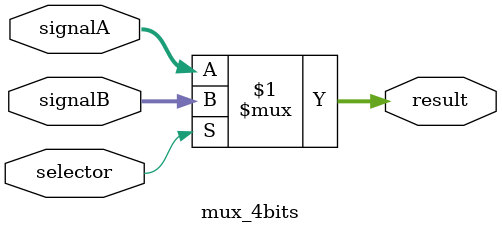
<source format=sv>
module mux_4bits #(parameter N=4)
(
	input [N-1:0] signalA, signalB,
	input selector,
	output [N-1:0] result
);

assign result = selector ? signalB : signalA;

endmodule 
</source>
